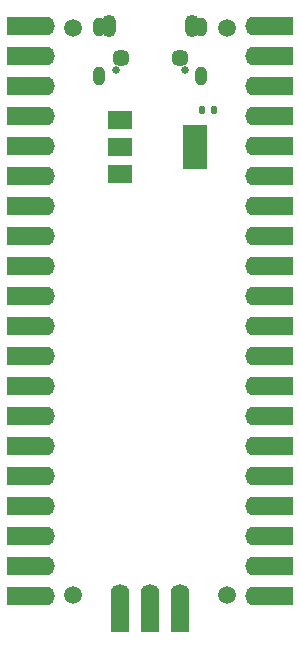
<source format=gbr>
G04 #@! TF.GenerationSoftware,KiCad,Pcbnew,(5.99.0-12085-gf4905cb1ae)*
G04 #@! TF.CreationDate,2021-08-26T19:19:28+05:30*
G04 #@! TF.ProjectId,Mitayi-Pico-RP2040,4d697461-7969-42d5-9069-636f2d525032,0.2*
G04 #@! TF.SameCoordinates,Original*
G04 #@! TF.FileFunction,Soldermask,Bot*
G04 #@! TF.FilePolarity,Negative*
%FSLAX46Y46*%
G04 Gerber Fmt 4.6, Leading zero omitted, Abs format (unit mm)*
G04 Created by KiCad (PCBNEW (5.99.0-12085-gf4905cb1ae)) date 2021-08-26 19:19:28*
%MOMM*%
%LPD*%
G01*
G04 APERTURE LIST*
G04 Aperture macros list*
%AMRoundRect*
0 Rectangle with rounded corners*
0 $1 Rounding radius*
0 $2 $3 $4 $5 $6 $7 $8 $9 X,Y pos of 4 corners*
0 Add a 4 corners polygon primitive as box body*
4,1,4,$2,$3,$4,$5,$6,$7,$8,$9,$2,$3,0*
0 Add four circle primitives for the rounded corners*
1,1,$1+$1,$2,$3*
1,1,$1+$1,$4,$5*
1,1,$1+$1,$6,$7*
1,1,$1+$1,$8,$9*
0 Add four rect primitives between the rounded corners*
20,1,$1+$1,$2,$3,$4,$5,0*
20,1,$1+$1,$4,$5,$6,$7,0*
20,1,$1+$1,$6,$7,$8,$9,0*
20,1,$1+$1,$8,$9,$2,$3,0*%
G04 Aperture macros list end*
%ADD10C,1.500000*%
%ADD11O,1.600000X1.700000*%
%ADD12R,1.600000X3.200000*%
%ADD13C,0.670000*%
%ADD14RoundRect,0.500000X0.000000X0.300000X0.000000X0.300000X0.000000X-0.300000X0.000000X-0.300000X0*%
%ADD15O,1.200000X1.900000*%
%ADD16C,1.450000*%
%ADD17R,3.200000X1.600000*%
%ADD18O,1.700000X1.600000*%
%ADD19R,2.000000X1.500000*%
%ADD20R,2.000000X3.800000*%
%ADD21RoundRect,0.135000X-0.135000X-0.185000X0.135000X-0.185000X0.135000X0.185000X-0.135000X0.185000X0*%
G04 APERTURE END LIST*
D10*
X156000000Y-114510000D03*
D11*
X146950000Y-114400000D03*
D12*
X146950000Y-116010000D03*
D11*
X149490000Y-114400000D03*
D12*
X149490000Y-116010000D03*
D11*
X152030000Y-114400000D03*
D12*
X152030000Y-116010000D03*
D10*
X143000000Y-114510000D03*
D13*
X146610000Y-70080000D03*
X152410000Y-70080000D03*
D14*
X153830000Y-70610000D03*
X145190000Y-70610000D03*
X153830000Y-66430000D03*
X145190000Y-66430000D03*
D10*
X156000000Y-66510000D03*
D15*
X146010000Y-66362500D03*
D16*
X152010000Y-69062500D03*
X147010000Y-69062500D03*
D15*
X153010000Y-66362500D03*
D10*
X143000000Y-66510000D03*
D17*
X138990000Y-66300000D03*
D18*
X140600000Y-66300000D03*
D17*
X138990000Y-68840000D03*
D18*
X140600000Y-68840000D03*
D17*
X138990000Y-71380000D03*
D18*
X140600000Y-71380000D03*
D17*
X138990000Y-73920000D03*
D18*
X140600000Y-73920000D03*
X140600000Y-76460000D03*
D17*
X138990000Y-76460000D03*
D18*
X140600000Y-79000000D03*
D17*
X138990000Y-79000000D03*
X138990000Y-81540000D03*
D18*
X140600000Y-81540000D03*
D17*
X138990000Y-84080000D03*
D18*
X140600000Y-84080000D03*
X140600000Y-86620000D03*
D17*
X138990000Y-86620000D03*
X138990000Y-89160000D03*
D18*
X140600000Y-89160000D03*
D17*
X138990000Y-91700000D03*
D18*
X140600000Y-91700000D03*
D17*
X138990000Y-94240000D03*
D18*
X140600000Y-94240000D03*
D17*
X138990000Y-96780000D03*
D18*
X140600000Y-96780000D03*
D17*
X138990000Y-99320000D03*
D18*
X140600000Y-99320000D03*
D17*
X138990000Y-101860000D03*
D18*
X140600000Y-101860000D03*
D17*
X138990000Y-104400000D03*
D18*
X140600000Y-104400000D03*
X140600000Y-106940000D03*
D17*
X138990000Y-106940000D03*
X138990000Y-109480000D03*
D18*
X140600000Y-109480000D03*
D17*
X138990000Y-112020000D03*
D18*
X140600000Y-112020000D03*
D17*
X138990000Y-114560000D03*
D18*
X140600000Y-114560000D03*
D19*
X146980000Y-78900000D03*
X146980000Y-76600000D03*
D20*
X153280000Y-76600000D03*
D19*
X146980000Y-74300000D03*
D21*
X153890000Y-73490000D03*
X154910000Y-73490000D03*
D17*
X160010000Y-66300000D03*
D18*
X158400000Y-66300000D03*
D17*
X160010000Y-68840000D03*
D18*
X158400000Y-68840000D03*
D17*
X160010000Y-71380000D03*
D18*
X158400000Y-71380000D03*
X158400000Y-73920000D03*
D17*
X160010000Y-73920000D03*
D18*
X158400000Y-76460000D03*
D17*
X160010000Y-76460000D03*
X160010000Y-79000000D03*
D18*
X158400000Y-79000000D03*
D17*
X160010000Y-81540000D03*
D18*
X158400000Y-81540000D03*
X158400000Y-84080000D03*
D17*
X160010000Y-84080000D03*
X160010000Y-86620000D03*
D18*
X158400000Y-86620000D03*
D17*
X160010000Y-89160000D03*
D18*
X158400000Y-89160000D03*
D17*
X160010000Y-91700000D03*
D18*
X158400000Y-91700000D03*
D17*
X160010000Y-94240000D03*
D18*
X158400000Y-94240000D03*
X158400000Y-96780000D03*
D17*
X160010000Y-96780000D03*
D18*
X158400000Y-99320000D03*
D17*
X160010000Y-99320000D03*
X160010000Y-101860000D03*
D18*
X158400000Y-101860000D03*
X158400000Y-104400000D03*
D17*
X160010000Y-104400000D03*
X160010000Y-106940000D03*
D18*
X158400000Y-106940000D03*
X158400000Y-109480000D03*
D17*
X160010000Y-109480000D03*
X160010000Y-112020000D03*
D18*
X158400000Y-112020000D03*
D17*
X160010000Y-114560000D03*
D18*
X158400000Y-114560000D03*
M02*

</source>
